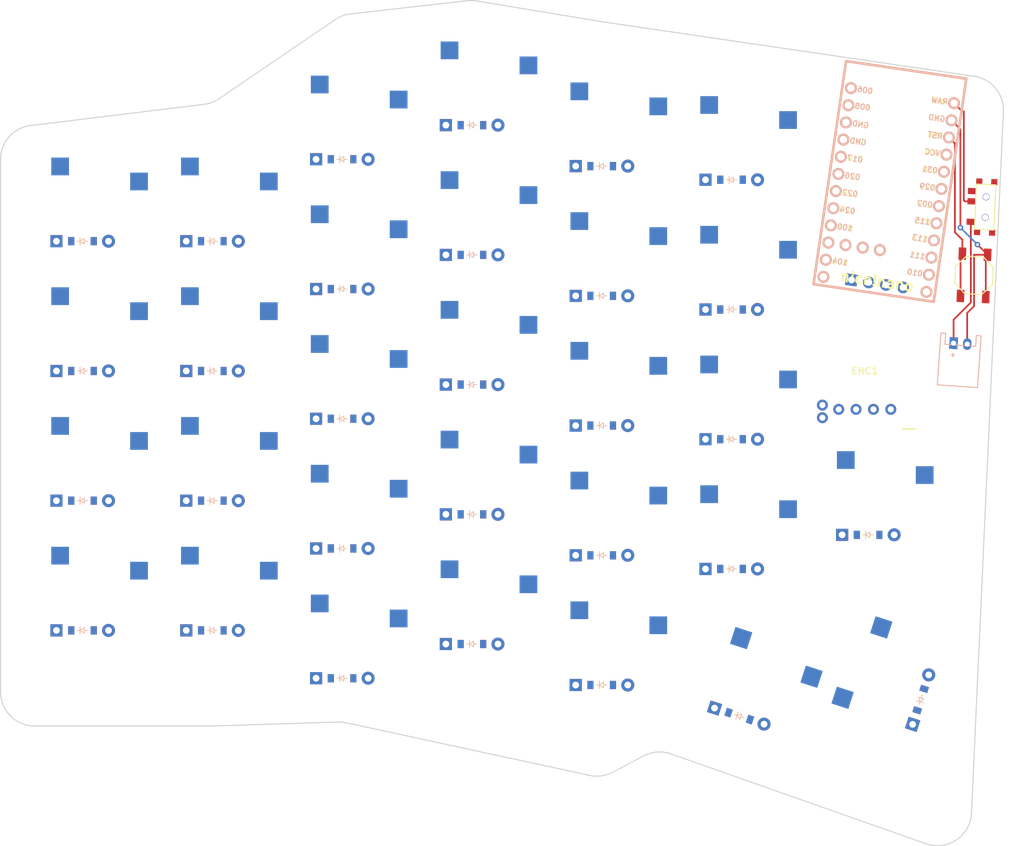
<source format=kicad_pcb>
(kicad_pcb (version 20240108) (generator "pcbnew") (generator_version "8.0")
  (title_block (title "left") (rev "v1.0.0") (company "Unknown"))
  (layers (0 "F.Cu" signal) (31 "B.Cu" signal) (34 "B.Paste" user) (35 "F.Paste" user) (36 "B.SilkS" user "B.Silkscreen") (37 "F.SilkS" user "F.Silkscreen") (38 "B.Mask" user) (39 "F.Mask" user) (44 "Edge.Cuts" user))
  (net 0 "")
  (net 1 "P031")
  (net 2 "outer_bottom")
  (net 3 "outer_home")
  (net 4 "outer_top")
  (net 5 "outer_num")
  (net 6 "P002")
  (net 7 "pinky_bottom")
  (net 8 "pinky_home")
  (net 9 "pinky_top")
  (net 10 "pinky_num")
  (net 11 "P115")
  (net 12 "ring_mod")
  (net 13 "ring_bottom")
  (net 14 "ring_home")
  (net 15 "ring_top")
  (net 16 "ring_num")
  (net 17 "P113")
  (net 18 "middle_mod")
  (net 19 "middle_bottom")
  (net 20 "middle_home")
  (net 21 "middle_top")
  (net 22 "middle_num")
  (net 23 "P111")
  (net 24 "index_mod")
  (net 25 "index_bottom")
  (net 26 "index_home")
  (net 27 "index_top")
  (net 28 "index_num")
  (net 29 "P010")
  (net 30 "inner_bottom")
  (net 31 "inner_home")
  (net 32 "inner_top")
  (net 33 "inner_num")
  (net 34 "P009")
  (net 35 "inner_mod_home")
  (net 36 "home_cluster")
  (net 37 "far_cluster")
  (net 38 "P011")
  (net 39 "P100")
  (net 40 "P024")
  (net 41 "P022")
  (net 42 "P104")
  (net 43 "RAW")
  (net 44 "GND")
  (net 45 "RST")
  (net 46 "VCC")
  (net 47 "P029")
  (net 48 "P006")
  (net 49 "P008")
  (net 50 "P017")
  (net 51 "P020")
  (net 52 "P106")
  (net 53 "P101")
  (net 54 "P102")
  (net 55 "P107")
  (net 56 "pos")
  (net 57 "S2")
  (net 58 "D")
  (footprint "E73:SPDT_C128955" (layer "F.Cu") (at 132.2 -76 -92.5)
    (property "Reference" "T1" (hide yes))
    (property "Value" "" (hide yes))
  )
  (footprint "E73:SW_TACT_ALPS_SKQGABE010" (layer "F.Cu") (at 130.5 -66 -92.5)
    (property "Reference" "B1" (hide yes))
    (property "Value" "" (hide yes))
  )
  (footprint "PG1350" (layer "F.Cu") (at 95 -85)
    (property "Reference" "S27" (hide yes))
    (property "Value" "" (hide yes))
  )
  (footprint "ComboDiode" (layer "F.Cu") (at 95 -23)
    (property "Reference" "D24" (hide yes))
    (property "Value" "" (hide yes))
  )
  (footprint "PG1350" (layer "F.Cu") (at 76 -30)
    (property "Reference" "S20" (hide yes))
    (property "Value" "" (hide yes))
  )
  (footprint "ComboDiode" (layer "F.Cu") (at 38 -26)
    (property "Reference" "D10" (hide yes))
    (property "Value" "" (hide yes))
  )
  (footprint "PG1350" (layer "F.Cu") (at 19 -76)
    (property "Reference" "S8" (hide yes))
    (property "Value" "" (hide yes))
  )
  (footprint "PG1350" (layer "F.Cu") (at 95 -28)
    (property "Reference" "S24" (hide yes))
    (property "Value" "" (hide yes))
  )
  (footprint "PG1350" (layer "F.Cu") (at 57 -36)
    (property "Reference" "S15" (hide yes))
    (property "Value" "" (hide yes))
  )
  (footprint "ComboDiode" (layer "F.Cu") (at 96.139066 -1.446784 -18)
    (property "Reference" "D29" (hide yes))
    (property "Value" "" (hide yes))
  )
  (footprint "ComboDiode" (layer "F.Cu") (at 76 -25)
    (property "Reference" "D20" (hide yes))
    (property "Value" "" (hide yes))
  )
  (footprint "ComboDiode" (layer "F.Cu") (at 122.684629 -3.861961 72)
    (property "Reference" "D30" (hide yes))
    (property "Value" "" (hide yes))
  )
  (footprint "PG1350" (layer "F.Cu") (at 76 -87)
    (property "Reference" "S23" (hide yes))
    (property "Value" "" (hide yes))
  )
  (footprint "PG1350" (layer "F.Cu") (at 38 -88)
    (property "Reference" "S13" (hide yes))
    (property "Value" "" (hide yes))
  )
  (footprint "PG1350" (layer "F.Cu") (at 38 -50)
    (property "Reference" "S11" (hide yes))
    (property "Value" "" (hide yes))
  )
  (footprint "PG1350" (layer "F.Cu") (at 117.929346 -5.407047 72)
    (property "Reference" "S30" (hide yes))
    (property "Value" "" (hide yes))
  )
  (footprint "ComboDiode" (layer "F.Cu") (at 19 -14)
    (property "Reference" "D5" (hide yes))
    (property "Value" "" (hide yes))
  )
  (footprint "ComboDiode" (layer "F.Cu") (at 57 -31)
    (property "Reference" "D15" (hide yes))
    (property "Value" "" (hide yes))
  )
  (footprint "ComboDiode" (layer "F.Cu") (at 95 -42)
    (property "Reference" "D25" (hide yes))
    (property "Value" "" (hide yes))
  )
  (footprint "ComboDiode" (layer "F.Cu") (at 19 -33)
    (property "Reference" "D6" (hide yes))
    (property "Value" "" (hide yes))
  )
  (footprint "PG1350" (layer "F.Cu") (at 38 -12)
    (property "Reference" "S9" (hide yes))
    (property "Value" "" (hide yes))
  )
  (footprint "ComboDiode" (layer "F.Cu") (at 0 -33)
    (property "Reference" "D2" (hide yes))
    (property "Value" "" (hide yes))
  )
  (footprint "JST_PH_S2B-PH-K_02x2.00mm_Angled" (layer "F.Cu") (at 128.5 -56 -4)
    (property "Reference" "JST1" (hide yes))
    (property "Value" "" (hide yes))
  )
  (footprint "PG1350" (layer "F.Cu") (at 95 -47)
    (property "Reference" "S25" (hide yes))
    (property "Value" "" (hide yes))
  )
  (footprint "lib:OLED_headers" (layer "F.Cu") (at 122.5 -65.5 -98.3)
    (property "Reference" "OLED1" (hide yes))
    (property "Value" "OLED")
  )
  (footprint "ComboDiode" (layer "F.Cu") (at 95 -80)
    (property "Reference" "D27" (hide yes))
    (property "Value" "" (hide yes))
  )
  (footprint "ComboDiode" (layer "F.Cu") (at 0 -52)
    (property "Reference" "D3" (hide yes))
    (property "Value" "" (hide yes))
  )
  (footprint "PG1350" (layer "F.Cu") (at 0 -76)
    (property "Reference" "S4" (hide yes))
    (property "Value" "" (hide yes))
  )
  (footprint "PG1350" (layer "F.Cu") (at 38 -31)
    (property "Reference" "S10" (hide yes))
    (property "Value" "" (hide yes))
  )
  (footprint "PG1350" (layer "F.Cu") (at 57 -74)
    (property "Reference" "S17" (hide yes))
    (property "Value" "" (hide yes))
  )
  (footprint "ComboDiode" (layer "F.Cu") (at 76 -44)
    (property "Reference" "D21" (hide yes))
    (property "Value" "" (hide yes))
  )
  (footprint "PG1350" (layer "F.Cu") (at 38 -69)
    (property "Reference" "S12" (hide yes))
    (property "Value" "" (hide yes))
  )
  (footprint "ComboDiode" (layer "F.Cu") (at 38 -7)
    (property "Reference" "D9" (hide yes))
    (property "Value" "" (hide yes))
  )
  (footprint "PG1350" (layer "F.Cu") (at 19 -57)
    (property "Reference" "S7" (hide yes))
    (property "Value" "" (hide yes))
  )
  (footprint "ComboDiode" (layer "F.Cu") (at 0 -14)
    (property "Reference" "D1" (hide yes))
    (property "Value" "" (hide yes))
  )
  (footprint "ComboDiode" (layer "F.Cu") (at 38 -83)
    (property "Reference" "D13" (hide yes))
    (property "Value" "" (hide yes))
  )
  (footprint "ComboDiode" (layer "F.Cu") (at 19 -71)
    (property "Reference" "D8" (hide yes))
    (property "Value" "" (hide yes))
  )
  (footprint "PG1350" (layer "F.Cu") (at 57 -93)
    (property "Reference" "S18" (hide yes))
    (property "Value" "" (hide yes))
  )
  (footprint "ComboDiode" (layer "F.Cu") (at 0 -71)
    (property "Reference" "D4" (hide yes))
    (property "Value" "" (hide yes))
  )
  (footprint "PG1350" (layer "F.Cu") (at 0 -19)
    (property "Reference" "S1" (hide yes))
    (property "Value" "" (hide yes))
  )
  (footprint "nice_nano" (layer "F.Cu") (at 118 -78.5 -98.3)
    (property "Reference" "MCU1" (hide yes))
    (property "Value" "nice_nano" (hide yes))
  )
  (footprint "PG1350" (layer "F.Cu") (at 97.684151 -6.202067 -18)
    (property "Reference" "S29" (hide yes))
    (property "Value" "" (hide yes))
  )
  (footprint "PG1350" (layer "F.Cu") (at 0 -57)
    (property "Reference" "S3" (hide yes))
    (property "Value" "" (hide yes))
  )
  (footprint "PG1350" (layer "F.Cu") (at 76 -49)
    (property "Reference" "S21" (hide yes))
    (property "Value" "" (hide yes))
  )
  (footprint "ComboDiode" (layer "F.Cu") (at 76 -82)
    (property "Reference" "D23" (hide yes))
    (property "Value" "" (hide yes))
  )
  (footprint "Panasonic_EVQWGD001" (layer "F.Cu") (at 114.5 -52 90)
    (property "Reference" "ENC1")
    (property "Value" "RollerEncoder_Panasonic_EVQWGD001")
  )
  (footprint "ComboDiode" (layer "F.Cu") (at 115 -28)
    (property "Reference" "D28" (hide yes))
    (property "Value" "" (hide yes))
  )
  (footprint "ComboDiode" (layer "F.Cu") (at 95 -61)
    (property "Reference" "D26" (hide yes))
    (property "Value" "" (hide yes))
  )
  (footprint "ComboDiode" (layer "F.Cu") (at 38 -45)
    (property "Reference" "D11" (hide yes))
    (property "Value" "" (hide yes))
  )
  (footprint "ComboDiode" (layer "F.Cu") (at 57 -88)
    (property "Reference" "D18" (hide yes))
    (property "Value" "" (hide yes))
  )
  (footprint "PG1350" (layer "F.Cu") (at 19 -19)
    (property "Reference" "S5" (hide yes))
    (property "Value" "" (hide yes))
  )
  (footprint "PG1350" (layer "F.Cu") (at 76 -68)
    (property "Reference" "S22" (hide yes))
    (property "Value" "" (hide yes))
  )
  (footprint "ComboDiode" (layer "F.Cu") (at 57 -50)
    (property "Reference" "D16" (hide yes))
    (property "Value" "" (hide yes))
  )
  (footprint "PG1350" (layer "F.Cu") (at 0 -38)
    (property "Reference" "S2" (hide yes))
    (property "Value" "" (hide yes))
  )
  (footprint "ComboDiode" (layer "F.Cu") (at 19 -52)
    (property "Reference" "D7" (hide yes))
    (property "Value" "" (hide yes))
  )
  (footprint "ComboDiode" (layer "F.Cu") (at 76 -63)
    (property "Reference" "D22" (hide yes))
    (property "Value" "" (hide yes))
  )
  (footprint "PG1350" (layer "F.Cu") (at 57 -55)
    (property "Reference" "S16" (hide yes))
    (property "Value" "" (hide yes))
  )
  (footprint "ComboDiode" (layer "F.Cu") (at 76 -6)
    (property "Reference" "D19" (hide yes))
    (property "Value" "" (hide yes))
  )
  (footprint "PG1350" (layer "F.Cu") (at 95 -66)
    (property "Reference" "S26" (hide yes))
    (property "Value" "" (hide yes))
  )
  (footprint "PG1350" (layer "F.Cu") (at 115 -33)
    (property "Reference" "S28" (hide yes))
    (property "Value" "" (hide yes))
  )
  (footprint "PG1350" (layer "F.Cu") (at 19 -38)
    (property "Reference" "S6" (hide yes))
    (property "Value" "" (hide yes))
  )
  (footprint "ComboDiode" (layer "F.Cu") (at 57 -69)
    (property "Reference" "D17" (hide yes))
    (property "Value" "" (hide yes))
  )
  (footprint "PG1350" (layer "F.Cu") (at 76 -11)
    (property "Reference" "S19" (hide yes))
    (property "Value" "" (hide yes))
  )
  (footprint "ComboDiode" (layer "F.Cu") (at 38 -64)
    (property "Reference" "D12" (hide yes))
    (property "Value" "" (hide yes))
  )
  (footprint "ComboDiode" (layer "F.Cu") (at 57 -12)
    (property "Reference" "D14" (hide yes))
    (property "Value" "" (hide yes))
  )
  (footprint "PG1350" (layer "F.Cu") (at 57 -17)
    (property "Reference" "S14" (hide yes))
    (property "Value" "" (hide yes))
  )
  (gr_line (start 57.68751 -106.186018) (end 75.953825 -103.157655) (stroke (width 0.15)) (layer "Edge.Cuts"))
  (gr_line (start 123.467781 17.246601) (end 86.127896 4.084449) (stroke (width 0.15)) (layer "Edge.Cuts"))
  (gr_arc (start 19.078888 -0.002491) (mid 18.99999 -0.000623) (end 18.921072 0) (stroke (width 0.15)) (layer "Edge.Cuts"))
  (gr_line (start 18.921072 0) (end -7 0) (stroke (width 0.15)) (layer "Edge.Cuts"))
  (gr_arc (start 82.128713 4.379803) (mid 84.097398 3.81364) (end 86.127896 4.084449) (stroke (width 0.15)) (layer "Edge.Cuts"))
  (gr_arc (start 130.525096 -95.156066) (mid 133.656343 -93.391256) (end 134.794642 -89.981924) (stroke (width 0.15)) (layer "Edge.Cuts"))
  (gr_line (start 82.128713 4.379804) (end 77.611941 6.767781) (stroke (width 0.15)) (layer "Edge.Cuts"))
  (gr_line (start 20.002937 -91.883581) (end 36.97671 -103.452547) (stroke (width 0.15)) (layer "Edge.Cuts"))
  (gr_arc (start -7 0) (mid -10.535534 -1.464466) (end -12 -5) (stroke (width 0.15)) (layer "Edge.Cuts"))
  (gr_line (start 134.794642 -89.981924) (end 130.124857 12.758018) (stroke (width 0.15)) (layer "Edge.Cuts"))
  (gr_line (start -7.60835 -87.938331) (end 17.795277 -91.052324) (stroke (width 0.15)) (layer "Edge.Cuts"))
  (gr_line (start 37.385734 -0.580602) (end 19.078888 -0.002491) (stroke (width 0.15)) (layer "Edge.Cuts"))
  (gr_arc (start 56.307524 -106.221641) (mid 56.998752 -106.251684) (end 57.68751 -106.186018) (stroke (width 0.15)) (layer "Edge.Cuts"))
  (gr_arc (start -12 -82.975478) (mid -10.744446 -86.288954) (end -7.60835 -87.938331) (stroke (width 0.15)) (layer "Edge.Cuts"))
  (gr_line (start 76.046312 -103.14321) (end 130.525097 -95.156066) (stroke (width 0.15)) (layer "Edge.Cuts"))
  (gr_arc (start 20.002937 -91.88358) (mid 18.948831 -91.335893) (end 17.795277 -91.052324) (stroke (width 0.15)) (layer "Edge.Cuts"))
  (gr_arc (start 36.97671 -103.452547) (mid 38.052578 -104.00837) (end 39.230518 -104.289243) (stroke (width 0.15)) (layer "Edge.Cuts"))
  (gr_line (start 39.230518 -104.289243) (end 56.307524 -106.221641) (stroke (width 0.15)) (layer "Edge.Cuts"))
  (gr_arc (start 76.046312 -103.14321) (mid 76.000035 -103.150216) (end 75.953825 -103.157655) (stroke (width 0.15)) (layer "Edge.Cuts"))
  (gr_arc (start 37.385734 -0.580603) (mid 37.996591 -0.562527) (end 38.600679 -0.470064) (stroke (width 0.15)) (layer "Edge.Cuts"))
  (gr_arc (start 130.124858 12.758018) (mid 127.925263 16.676661) (end 123.467781 17.246601) (stroke (width 0.15)) (layer "Edge.Cuts"))
  (gr_line (start 74.217862 7.234495) (end 38.600679 -0.470064) (stroke (width 0.15)) (layer "Edge.Cuts"))
  (gr_line (start -12 -5) (end -12 -82.975478) (stroke (width 0.15)) (layer "Edge.Cuts"))
  (gr_arc (start 77.611941 6.767781) (mid 75.956123 7.300913) (end 74.217862 7.234495) (stroke (width 0.15)) (layer "Edge.Cuts"))
  (segment (start 129 -77) (end 129 -90) (width 0.25) (layer "F.Cu") (net 43))
  (segment (start 129 -90) (end 128.780524 -90) (width 0.25) (layer "F.Cu") (net 43))
  (segment (start 129.160204 -76.839796) (end 129 -77) (width 0.25) (layer "F.Cu") (net 43))
  (segment (start 128.780524 -90) (end 127.556843 -91.223681) (width 0.25) (layer "F.Cu") (net 43))
  (segment (start 130.159689 -76.839796) (end 129.160204 -76.839796) (width 0.25) (layer "F.Cu") (net 43))
  (segment (start 132.213019 -62.822255) (end 132.213019 -68.745914) (width 0.25) (layer "F.Cu") (net 44))
  (segment (start 129.497564 -60.497564) (end 130.5 -61.5) (width 0.25) (layer "F.Cu") (net 44))
  (segment (start 130.5 -69) (end 130.516354 -69.016354) (width 0.25) (layer "F.Cu") (net 44))
  (segment (start 130.5 -61.5) (end 130.5 -69) (width 0.25) (layer "F.Cu") (net 44))
  (segment (start 129.497564 -55.930244) (end 129.497564 -60.497564) (width 0.25) (layer "F.Cu") (net 44))
  (segment (start 132.483459 -69.016354) (end 132.483459 -69.016541) (width 0.25) (layer "F.Cu") (net 44))
  (segment (start 128.5 -87.400464) (end 127.190178 -88.710286) (width 0.25) (layer "F.Cu") (net 44))
  (segment (start 130.516354 -69.016354) (end 132.483459 -69.016354) (width 0.25) (layer "F.Cu") (net 44))
  (segment (start 132.483459 -69.016541) (end 131 -70.5) (width 0.25) (layer "F.Cu") (net 44))
  (segment (start 132.213019 -68.745914) (end 132.483459 -69.016354) (width 0.25) (layer "F.Cu") (net 44))
  (segment (start 128.5 -73) (end 128.5 -87.400464) (width 0.25) (layer "F.Cu") (net 44))
  (via (at 131 -70.5) (size 0.8) (drill 0.4) (layers "F.Cu" "B.Cu") (net 44))
  (via (at 128.5 -73) (size 0.8) (drill 0.4) (layers "F.Cu" "B.Cu") (net 44))
  (segment (start 131 -70.5) (end 128.5 -73) (width 0.25) (layer "B.Cu") (net 44))
  (segment (start 127.699813 -72.300187) (end 127.699813 -85.32059) (width 0.25) (layer "F.Cu") (net 45))
  (segment (start 128.786981 -71.213019) (end 127.699813 -72.300187) (width 0.25) (layer "F.Cu") (net 45))
  (segment (start 128.516541 -68.907305) (end 128.786981 -69.177745) (width 0.25) (layer "F.Cu") (net 45))
  (segment (start 128.786981 -69.177745) (end 128.786981 -71.213019) (width 0.25) (layer "F.Cu") (net 45))
  (segment (start 128.516541 -62.983646) (end 128.516541 -68.907305) (width 0.25) (layer "F.Cu") (net 45))
  (segment (start 127.699813 -85.32059) (end 126.823513 -86.19689) (width 0.25) (layer "F.Cu") (net 45))
  (segment (start 127.5 -59) (end 127.502436 -58.997564) (width 0.25) (layer "F.Cu") (net 56))
  (segment (start 130.028831 -62.028831) (end 127.5 -59.5) (width 0.25) (layer "F.Cu") (net 56))
  (segment (start 130.028831 -73.842652) (end 130.028831 -62.028831) (width 0.25) (layer "F.Cu") (net 56))
  (segment (start 127.5 -59.5) (end 127.5 -59) (width 0.25) (layer "F.Cu") (net 56))
  (segment (start 127.502436 -58.997564) (end 127.502436 -56.069756) (width 0.25) (layer "F.Cu") (net 56))
)
</source>
